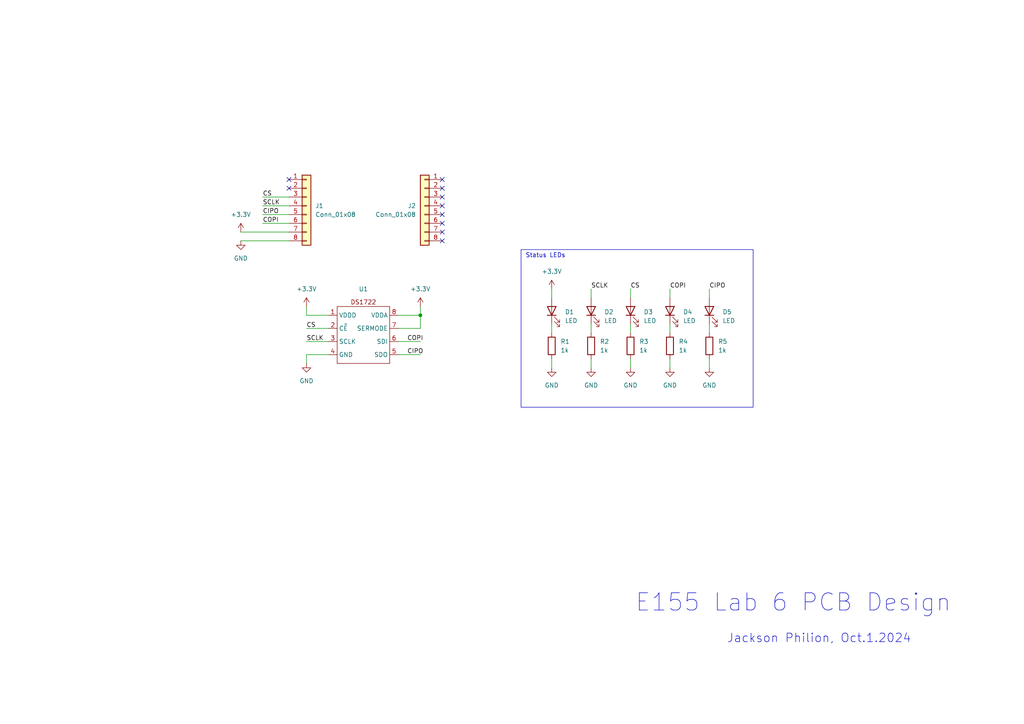
<source format=kicad_sch>
(kicad_sch (version 20230121) (generator eeschema)
  (paper "A4")
  (lib_symbols
    (symbol "Connector_Generic:Conn_01x08" (pin_names (offset 1.016) hide)
      (property "Reference" "J" (at 0 10.16 0))
      (property "Value" "Conn_01x08" (at 0 -12.7 0))
      (symbol "Conn_01x08_1_1"
        (rectangle (start -1.27 -10.033) (end 0 -10.287) (stroke (width 0.1524)))
        (rectangle (start -1.27 -7.493) (end 0 -7.747) (stroke (width 0.1524)))
        (rectangle (start -1.27 -4.953) (end 0 -5.207) (stroke (width 0.1524)))
        (rectangle (start -1.27 -2.413) (end 0 -2.667) (stroke (width 0.1524)))
        (rectangle (start -1.27 0.127) (end 0 -0.127) (stroke (width 0.1524)))
        (rectangle (start -1.27 2.667) (end 0 2.413) (stroke (width 0.1524)))
        (rectangle (start -1.27 5.207) (end 0 4.953) (stroke (width 0.1524)))
        (rectangle (start -1.27 7.747) (end 0 7.493) (stroke (width 0.1524)))
        (rectangle (start -1.27 8.89) (end 1.27 -11.43) (stroke (width 0.254)) (fill (type background)))
        (pin passive line (at -5.08 7.62 0) (length 3.81) (name "Pin_1") (number "1"))
        (pin passive line (at -5.08 5.08 0) (length 3.81) (name "Pin_2") (number "2"))
        (pin passive line (at -5.08 2.54 0) (length 3.81) (name "Pin_3") (number "3"))
        (pin passive line (at -5.08 0 0) (length 3.81) (name "Pin_4") (number "4"))
        (pin passive line (at -5.08 -2.54 0) (length 3.81) (name "Pin_5") (number "5"))
        (pin passive line (at -5.08 -5.08 0) (length 3.81) (name "Pin_6") (number "6"))
        (pin passive line (at -5.08 -7.62 0) (length 3.81) (name "Pin_7") (number "7"))
        (pin passive line (at -5.08 -10.16 0) (length 3.81) (name "Pin_8") (number "8"))
      )
    )
    (symbol "DS1722:DS1722"
      (property "Reference" "U" (at 0 12.7 0))
      (symbol "DS1722_1_1"
        (rectangle (start -7.62 8.89) (end 7.62 -7.62))
        (text "DS1722" (at 0 10.16 0) (effects (font (size 1.27 1.27))))
        (pin power_in line (at -10.16 6.35 0) (length 2.54) (name "VDDD") (number "1"))
        (pin input line (at -10.16 2.54 0) (length 2.54) (name "CE") (number "2"))
        (pin input line (at -10.16 -1.27 0) (length 2.54) (name "SCLK") (number "3"))
        (pin power_out line (at -10.16 -5.08 0) (length 2.54) (name "GND") (number "4"))
        (pin output line (at 10.16 -5.08 180) (length 2.54) (name "SDO") (number "5"))
        (pin input line (at 10.16 -1.27 180) (length 2.54) (name "SDI") (number "6"))
        (pin input line (at 10.16 2.54 180) (length 2.54) (name "SERMODE") (number "7"))
        (pin power_in line (at 10.16 6.35 180) (length 2.54) (name "VDDA") (number "8"))
      )
    )
    (symbol "Device:LED" (pin_numbers hide) (pin_names (offset 1.016) hide)
      (property "Reference" "D" (at 0 2.54 0))
      (property "Value" "LED" (at 0 -2.54 0))
      (symbol "LED_0_1"
        (polyline (pts (xy -1.27 -1.27) (xy -1.27 1.27)) (stroke (width 0.254)))
        (polyline (pts (xy -1.27 0) (xy 1.27 0)))
        (polyline (pts (xy 1.27 -1.27) (xy 1.27 1.27) (xy -1.27 0) (xy 1.27 -1.27)) (stroke (width 0.254)))
        (polyline (pts (xy -3.048 -0.762) (xy -4.572 -2.286) (xy -3.81 -2.286) (xy -4.572 -2.286) (xy -4.572 -1.524)))
        (polyline (pts (xy -1.778 -0.762) (xy -3.302 -2.286) (xy -2.54 -2.286) (xy -3.302 -2.286) (xy -3.302 -1.524)))
      )
      (symbol "LED_1_1"
        (pin passive line (at -3.81 0 0) (length 2.54) (name "K") (number "1"))
        (pin passive line (at 3.81 0 180) (length 2.54) (name "A") (number "2"))
      )
    )
    (symbol "Device:R" (pin_numbers hide) (pin_names (offset 0))
      (property "Reference" "R" (at 2.032 0 90))
      (property "Value" "R" (at 0 0 90))
      (symbol "R_0_1"
        (rectangle (start -1.016 -2.54) (end 1.016 2.54) (stroke (width 0.254)))
      )
      (symbol "R_1_1"
        (pin passive line (at 0 3.81 270) (length 1.27) (name "~") (number "1"))
        (pin passive line (at 0 -3.81 90) (length 1.27) (name "~") (number "2"))
      )
    )
    (symbol "power:+3.3V" (power) (pin_names (offset 0))
      (property "Value" "+3.3V" (at 0 3.556 0))
      (symbol "+3.3V_0_1"
        (polyline (pts (xy -0.762 1.27) (xy 0 2.54)))
        (polyline (pts (xy 0 0) (xy 0 2.54)))
        (polyline (pts (xy 0 2.54) (xy 0.762 1.27)))
      )
      (symbol "+3.3V_1_1"
        (pin power_in line (at 0 0 90) (length 0) hide (name "+3.3V") (number "1"))
      )
    )
    (symbol "power:GND" (power) (pin_names (offset 0))
      (property "Value" "GND" (at 0 -3.81 0))
      (symbol "GND_0_1"
        (polyline (pts (xy 0 0) (xy 0 -1.27) (xy 1.27 -1.27) (xy 0 -2.54) (xy -1.27 -1.27) (xy 0 -1.27)))
      )
      (symbol "GND_1_1"
        (pin power_in line (at 0 0 270) (length 0) hide (name "GND") (number "1"))
      )
    )
  )
  (junction (at 121.92 91.44))
  (no_connect (at 83.82 52.07))
  (no_connect (at 128.27 54.61))
  (no_connect (at 128.27 64.77))
  (no_connect (at 128.27 67.31))
  (no_connect (at 128.27 57.15))
  (no_connect (at 128.27 59.69))
  (no_connect (at 83.82 54.61))
  (no_connect (at 128.27 69.85))
  (no_connect (at 128.27 52.07))
  (no_connect (at 128.27 62.23))
  (wire (pts (xy 88.9 95.25) (xy 95.25 95.25)))
  (wire (pts (xy 121.92 95.25) (xy 121.92 91.44)))
  (wire (pts (xy 205.74 96.52) (xy 205.74 93.98)))
  (wire (pts (xy 88.9 102.87) (xy 95.25 102.87)))
  (wire (pts (xy 115.57 99.06) (xy 121.92 99.06)))
  (wire (pts (xy 171.45 83.82) (xy 171.45 86.36)))
  (wire (pts (xy 194.31 104.14) (xy 194.31 106.68)))
  (wire (pts (xy 88.9 99.06) (xy 95.25 99.06)))
  (wire (pts (xy 160.02 96.52) (xy 160.02 93.98)))
  (wire (pts (xy 182.88 104.14) (xy 182.88 106.68)))
  (wire (pts (xy 88.9 105.41) (xy 88.9 102.87)))
  (wire (pts (xy 194.31 96.52) (xy 194.31 93.98)))
  (wire (pts (xy 194.31 83.82) (xy 194.31 86.36)))
  (wire (pts (xy 76.2 57.15) (xy 83.82 57.15)))
  (wire (pts (xy 76.2 64.77) (xy 83.82 64.77)))
  (wire (pts (xy 88.9 91.44) (xy 88.9 88.9)))
  (wire (pts (xy 182.88 96.52) (xy 182.88 93.98)))
  (wire (pts (xy 115.57 91.44) (xy 121.92 91.44)))
  (wire (pts (xy 171.45 96.52) (xy 171.45 93.98)))
  (wire (pts (xy 205.74 83.82) (xy 205.74 86.36)))
  (wire (pts (xy 115.57 102.87) (xy 121.92 102.87)))
  (wire (pts (xy 160.02 83.82) (xy 160.02 86.36)))
  (wire (pts (xy 121.92 88.9) (xy 121.92 91.44)))
  (wire (pts (xy 95.25 91.44) (xy 88.9 91.44)))
  (wire (pts (xy 205.74 104.14) (xy 205.74 106.68)))
  (wire (pts (xy 76.2 62.23) (xy 83.82 62.23)))
  (wire (pts (xy 76.2 59.69) (xy 83.82 59.69)))
  (wire (pts (xy 182.88 83.82) (xy 182.88 86.36)))
  (wire (pts (xy 69.85 69.85) (xy 83.82 69.85)))
  (wire (pts (xy 171.45 104.14) (xy 171.45 106.68)))
  (wire (pts (xy 115.57 95.25) (xy 121.92 95.25)))
  (wire (pts (xy 160.02 104.14) (xy 160.02 106.68)))
  (wire (pts (xy 83.82 67.31) (xy 69.85 67.31)))
  (rectangle (start 151.13 72.39) (end 218.44 118.11))
  (text "Status LEDs" (at 152.4 74.93 0) (effects (font (size 1.27 1.27)) (justify left bottom)))
  (text "Jackson Philion, Oct.1.2024" (at 210.82 186.69 0) (effects (font (size 2.5 2.5)) (justify left bottom)))
  (text "E155 Lab 6 PCB Design" (at 184.15 177.8 0) (effects (font (size 5 5)) (justify left bottom)))
  (label "COPI" (at 118.11 99.06 0))
  (label "SCLK" (at 171.45 83.82 0))
  (label "CS" (at 76.2 57.15 0))
  (label "CIPO" (at 76.2 62.23 0))
  (label "CS" (at 182.88 83.82 0))
  (label "SCLK" (at 76.2 59.69 0))
  (label "COPI" (at 76.2 64.77 0))
  (label "COPI" (at 194.31 83.82 0))
  (label "SCLK" (at 88.9 99.06 0))
  (label "CIPO" (at 205.74 83.82 0))
  (label "CIPO" (at 118.11 102.87 0))
  (label "CS" (at 88.9 95.25 0))
  (symbol (lib_id "power:GND") (at 88.9 105.41 0) (unit 1)
    (property "Reference" "#PWR04" (effects hide))
    (property "Value" "GND" (at 88.9 110.49 0))
  )
  (symbol (lib_id "Device:LED") (at 194.31 90.17 90) (unit 1)
    (property "Reference" "D4" (at 198.12 90.4875 90) (effects (justify right)))
    (property "Value" "LED" (at 198.12 93.0275 90) (effects (justify right)))
    (property "Footprint" "LED_SMD:LED_0805_2012Metric_Pad1.15x1.40mm_HandSolder" (effects hide))
  )
  (symbol (lib_id "power:GND") (at 182.88 106.68 0) (unit 1)
    (property "Reference" "#PWR09" (effects hide))
    (property "Value" "GND" (at 182.88 111.76 0))
  )
  (symbol (lib_id "Device:R") (at 205.74 100.33 0) (unit 1)
    (property "Reference" "R5" (at 208.28 99.06 0) (effects (justify left)))
    (property "Value" "1k" (at 208.28 101.6 0) (effects (justify left)))
    (property "Footprint" "Resistor_SMD:R_0805_2012Metric_Pad1.20x1.40mm_HandSolder" (effects hide))
  )
  (symbol (lib_id "Connector_Generic:Conn_01x08") (at 88.9 59.69 0) (unit 1)
    (property "Reference" "J1" (at 91.44 59.69 0) (effects (justify left)))
    (property "Value" "Conn_01x08" (at 91.44 62.23 0) (effects (justify left)))
    (property "Footprint" "Connector_PinHeader_2.54mm:PinHeader_1x08_P2.54mm_Vertical" (effects hide))
  )
  (symbol (lib_id "power:GND") (at 171.45 106.68 0) (unit 1)
    (property "Reference" "#PWR08" (effects hide))
    (property "Value" "GND" (at 171.45 111.76 0))
  )
  (symbol (lib_id "DS1722:DS1722") (at 105.41 97.79 0) (unit 1)
    (property "Reference" "U1" (at 105.41 83.82 0))
    (property "Value" "~" (at 100.33 93.98 0))
    (property "Footprint" "Package_SO:DS1722_SOIC_8_Custom" (effects hide))
  )
  (symbol (lib_id "Device:R") (at 160.02 100.33 0) (unit 1)
    (property "Reference" "R1" (at 162.56 99.06 0) (effects (justify left)))
    (property "Value" "1k" (at 162.56 101.6 0) (effects (justify left)))
    (property "Footprint" "Resistor_SMD:R_0805_2012Metric_Pad1.20x1.40mm_HandSolder" (effects hide))
  )
  (symbol (lib_id "Device:LED") (at 171.45 90.17 90) (unit 1)
    (property "Reference" "D2" (at 175.26 90.4875 90) (effects (justify right)))
    (property "Value" "LED" (at 175.26 93.0275 90) (effects (justify right)))
    (property "Footprint" "LED_SMD:LED_0805_2012Metric_Pad1.15x1.40mm_HandSolder" (effects hide))
  )
  (symbol (lib_id "Device:LED") (at 160.02 90.17 90) (unit 1)
    (property "Reference" "D1" (at 163.83 90.4875 90) (effects (justify right)))
    (property "Value" "LED" (at 163.83 93.0275 90) (effects (justify right)))
    (property "Footprint" "LED_SMD:LED_0805_2012Metric_Pad1.15x1.40mm_HandSolder" (effects hide))
  )
  (symbol (lib_id "power:+3.3V") (at 160.02 83.82 0) (unit 1)
    (property "Reference" "#PWR06" (effects hide))
    (property "Value" "+3.3V" (at 160.02 78.74 0))
  )
  (symbol (lib_id "Device:R") (at 194.31 100.33 0) (unit 1)
    (property "Reference" "R4" (at 196.85 99.06 0) (effects (justify left)))
    (property "Value" "1k" (at 196.85 101.6 0) (effects (justify left)))
    (property "Footprint" "Resistor_SMD:R_0805_2012Metric_Pad1.20x1.40mm_HandSolder" (effects hide))
  )
  (symbol (lib_id "Device:LED") (at 205.74 90.17 90) (unit 1)
    (property "Reference" "D5" (at 209.55 90.4875 90) (effects (justify right)))
    (property "Value" "LED" (at 209.55 93.0275 90) (effects (justify right)))
    (property "Footprint" "LED_SMD:LED_0805_2012Metric_Pad1.15x1.40mm_HandSolder" (effects hide))
  )
  (symbol (lib_id "power:+3.3V") (at 69.85 67.31 0) (unit 1)
    (property "Reference" "#PWR01" (effects hide))
    (property "Value" "+3.3V" (at 69.85 62.23 0))
  )
  (symbol (lib_id "Device:LED") (at 182.88 90.17 90) (unit 1)
    (property "Reference" "D3" (at 186.69 90.4875 90) (effects (justify right)))
    (property "Value" "LED" (at 186.69 93.0275 90) (effects (justify right)))
    (property "Footprint" "LED_SMD:LED_0805_2012Metric_Pad1.15x1.40mm_HandSolder" (effects hide))
  )
  (symbol (lib_id "power:+3.3V") (at 88.9 88.9 0) (unit 1)
    (property "Reference" "#PWR03" (effects hide))
    (property "Value" "+3.3V" (at 88.9 83.82 0))
  )
  (symbol (lib_id "power:GND") (at 69.85 69.85 0) (unit 1)
    (property "Reference" "#PWR02" (effects hide))
    (property "Value" "GND" (at 69.85 74.93 0))
  )
  (symbol (lib_id "power:+3.3V") (at 121.92 88.9 0) (unit 1)
    (property "Reference" "#PWR05" (effects hide))
    (property "Value" "+3.3V" (at 121.92 83.82 0))
  )
  (symbol (lib_id "Device:R") (at 171.45 100.33 0) (unit 1)
    (property "Reference" "R2" (at 173.99 99.06 0) (effects (justify left)))
    (property "Value" "1k" (at 173.99 101.6 0) (effects (justify left)))
    (property "Footprint" "Resistor_SMD:R_0805_2012Metric_Pad1.20x1.40mm_HandSolder" (effects hide))
  )
  (symbol (lib_id "Connector_Generic:Conn_01x08") (at 123.19 59.69 0) (mirror y) (unit 1)
    (property "Reference" "J2" (at 120.65 59.69 0) (effects (justify left)))
    (property "Value" "Conn_01x08" (at 120.65 62.23 0) (effects (justify left)))
    (property "Footprint" "Connector_PinHeader_2.54mm:PinHeader_1x08_P2.54mm_Vertical" (effects hide))
  )
  (symbol (lib_id "power:GND") (at 160.02 106.68 0) (unit 1)
    (property "Reference" "#PWR07" (effects hide))
    (property "Value" "GND" (at 160.02 111.76 0))
  )
  (symbol (lib_id "Device:R") (at 182.88 100.33 0) (unit 1)
    (property "Reference" "R3" (at 185.42 99.06 0) (effects (justify left)))
    (property "Value" "1k" (at 185.42 101.6 0) (effects (justify left)))
    (property "Footprint" "Resistor_SMD:R_0805_2012Metric_Pad1.20x1.40mm_HandSolder" (effects hide))
  )
  (symbol (lib_id "power:GND") (at 205.74 106.68 0) (unit 1)
    (property "Reference" "#PWR011" (effects hide))
    (property "Value" "GND" (at 205.74 111.76 0))
  )
  (symbol (lib_id "power:GND") (at 194.31 106.68 0) (unit 1)
    (property "Reference" "#PWR010" (effects hide))
    (property "Value" "GND" (at 194.31 111.76 0))
  )
)
</source>
